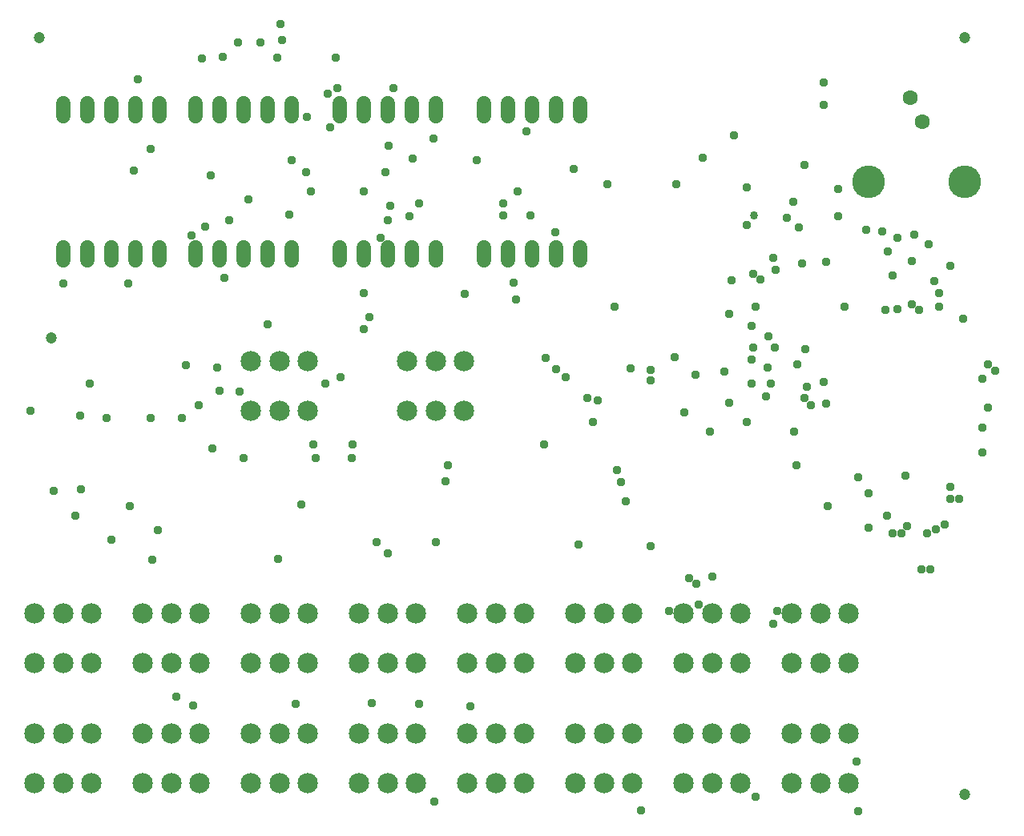
<source format=gbr>
G04 EAGLE Gerber RS-274X export*
G75*
%MOMM*%
%FSLAX34Y34*%
%LPD*%
%INSoldermask Bottom*%
%IPPOS*%
%AMOC8*
5,1,8,0,0,1.08239X$1,22.5*%
G01*
%ADD10C,1.203200*%
%ADD11C,1.524000*%
%ADD12C,2.153200*%
%ADD13C,1.600200*%
%ADD14C,3.454400*%
%ADD15C,0.959600*%
%ADD16C,0.859600*%


D10*
X38100Y838200D03*
X1016000Y838200D03*
X1016000Y38100D03*
X50800Y520700D03*
D11*
X203200Y602996D02*
X203200Y616204D01*
X228600Y616204D02*
X228600Y602996D01*
X254000Y602996D02*
X254000Y616204D01*
X279400Y616204D02*
X279400Y602996D01*
X304800Y602996D02*
X304800Y616204D01*
X304800Y755396D02*
X304800Y768604D01*
X279400Y768604D02*
X279400Y755396D01*
X254000Y755396D02*
X254000Y768604D01*
X228600Y768604D02*
X228600Y755396D01*
X203200Y755396D02*
X203200Y768604D01*
X63500Y616204D02*
X63500Y602996D01*
X88900Y602996D02*
X88900Y616204D01*
X114300Y616204D02*
X114300Y602996D01*
X139700Y602996D02*
X139700Y616204D01*
X165100Y616204D02*
X165100Y602996D01*
X165100Y755396D02*
X165100Y768604D01*
X139700Y768604D02*
X139700Y755396D01*
X114300Y755396D02*
X114300Y768604D01*
X88900Y768604D02*
X88900Y755396D01*
X63500Y755396D02*
X63500Y768604D01*
D12*
X147800Y102700D03*
X177800Y102700D03*
X207800Y102700D03*
X147800Y49700D03*
X177800Y49700D03*
X207800Y49700D03*
X33500Y102700D03*
X63500Y102700D03*
X93500Y102700D03*
X33500Y49700D03*
X63500Y49700D03*
X93500Y49700D03*
D11*
X355600Y602996D02*
X355600Y616204D01*
X381000Y616204D02*
X381000Y602996D01*
X406400Y602996D02*
X406400Y616204D01*
X431800Y616204D02*
X431800Y602996D01*
X457200Y602996D02*
X457200Y616204D01*
X457200Y755396D02*
X457200Y768604D01*
X431800Y768604D02*
X431800Y755396D01*
X406400Y755396D02*
X406400Y768604D01*
X381000Y768604D02*
X381000Y755396D01*
X355600Y755396D02*
X355600Y768604D01*
X508000Y616204D02*
X508000Y602996D01*
X533400Y602996D02*
X533400Y616204D01*
X558800Y616204D02*
X558800Y602996D01*
X584200Y602996D02*
X584200Y616204D01*
X609600Y616204D02*
X609600Y602996D01*
X609600Y755396D02*
X609600Y768604D01*
X584200Y768604D02*
X584200Y755396D01*
X558800Y755396D02*
X558800Y768604D01*
X533400Y768604D02*
X533400Y755396D01*
X508000Y755396D02*
X508000Y768604D01*
D12*
X262100Y102700D03*
X292100Y102700D03*
X322100Y102700D03*
X262100Y49700D03*
X292100Y49700D03*
X322100Y49700D03*
X376400Y102700D03*
X406400Y102700D03*
X436400Y102700D03*
X376400Y49700D03*
X406400Y49700D03*
X436400Y49700D03*
X490700Y102700D03*
X520700Y102700D03*
X550700Y102700D03*
X490700Y49700D03*
X520700Y49700D03*
X550700Y49700D03*
X605000Y102700D03*
X635000Y102700D03*
X665000Y102700D03*
X605000Y49700D03*
X635000Y49700D03*
X665000Y49700D03*
X719300Y102700D03*
X749300Y102700D03*
X779300Y102700D03*
X719300Y49700D03*
X749300Y49700D03*
X779300Y49700D03*
X719300Y229700D03*
X749300Y229700D03*
X779300Y229700D03*
X719300Y176700D03*
X749300Y176700D03*
X779300Y176700D03*
X833600Y102700D03*
X863600Y102700D03*
X893600Y102700D03*
X833600Y49700D03*
X863600Y49700D03*
X893600Y49700D03*
X33500Y229700D03*
X63500Y229700D03*
X93500Y229700D03*
X33500Y176700D03*
X63500Y176700D03*
X93500Y176700D03*
X147800Y229700D03*
X177800Y229700D03*
X207800Y229700D03*
X147800Y176700D03*
X177800Y176700D03*
X207800Y176700D03*
X262100Y229700D03*
X292100Y229700D03*
X322100Y229700D03*
X262100Y176700D03*
X292100Y176700D03*
X322100Y176700D03*
X376400Y229700D03*
X406400Y229700D03*
X436400Y229700D03*
X376400Y176700D03*
X406400Y176700D03*
X436400Y176700D03*
X490700Y229700D03*
X520700Y229700D03*
X550700Y229700D03*
X490700Y176700D03*
X520700Y176700D03*
X550700Y176700D03*
X605000Y229700D03*
X635000Y229700D03*
X665000Y229700D03*
X605000Y176700D03*
X635000Y176700D03*
X665000Y176700D03*
X833600Y229700D03*
X863600Y229700D03*
X893600Y229700D03*
X833600Y176700D03*
X863600Y176700D03*
X893600Y176700D03*
X262100Y496400D03*
X292100Y496400D03*
X322100Y496400D03*
X262100Y443400D03*
X292100Y443400D03*
X322100Y443400D03*
X427200Y496400D03*
X457200Y496400D03*
X487200Y496400D03*
X427200Y443400D03*
X457200Y443400D03*
X487200Y443400D03*
D13*
X971550Y749300D03*
X958850Y774700D03*
D14*
X914400Y685800D03*
X1016000Y685800D03*
D15*
X684276Y300228D03*
X608076Y301752D03*
X867156Y790956D03*
X786384Y640080D03*
X786384Y679704D03*
X342900Y778764D03*
X914400Y356616D03*
X467868Y368808D03*
X213360Y638556D03*
X995172Y323088D03*
X795528Y553212D03*
X989076Y553212D03*
X315468Y344424D03*
X387124Y542290D03*
X573251Y499591D03*
X869950Y600710D03*
X844550Y599440D03*
X807720Y489204D03*
X790956Y472440D03*
X684276Y475488D03*
X617220Y457200D03*
X394716Y304800D03*
X967740Y550164D03*
X970788Y275844D03*
X813816Y217932D03*
X839724Y492252D03*
X806196Y458724D03*
X786384Y431292D03*
X623316Y431292D03*
X291084Y286512D03*
X835152Y664464D03*
X134112Y342900D03*
X1040892Y446532D03*
X1014984Y541020D03*
X1048512Y486156D03*
X882396Y649224D03*
X818388Y231648D03*
X979932Y275844D03*
X1040892Y492252D03*
X813816Y605028D03*
X487680Y566928D03*
X792480Y588264D03*
X1034796Y477012D03*
X413004Y784860D03*
X76200Y332232D03*
X1001268Y362712D03*
X583692Y632460D03*
X704088Y231648D03*
X733044Y260604D03*
X1001268Y350520D03*
X795528Y35052D03*
X455676Y30480D03*
X976884Y313944D03*
X406908Y292608D03*
X986028Y318516D03*
X457200Y304800D03*
X800100Y582168D03*
X932688Y550164D03*
X353060Y784860D03*
X351790Y816610D03*
X294640Y835660D03*
X293370Y852170D03*
X182880Y140970D03*
X201140Y132080D03*
X309245Y133985D03*
X389890Y134620D03*
X439420Y133350D03*
X494030Y130810D03*
X735330Y238760D03*
X749300Y267970D03*
X914400Y320040D03*
X953908Y374876D03*
X381000Y567690D03*
X381000Y529590D03*
X584200Y487680D03*
X663575Y488315D03*
X709930Y500380D03*
X867156Y473964D03*
X454660Y731520D03*
X500380Y708660D03*
X543560Y675640D03*
X767080Y546100D03*
X792480Y510540D03*
X792480Y510540D03*
X815340Y510540D03*
X847625Y508735D03*
X939800Y586740D03*
X840740Y637540D03*
X828040Y647700D03*
D16*
X793750Y650240D03*
D15*
X557530Y650240D03*
X528320Y650240D03*
X429260Y648970D03*
X406400Y645160D03*
X199390Y628650D03*
X142240Y793750D03*
X882650Y678180D03*
X304800Y708660D03*
X320040Y695960D03*
X381000Y675640D03*
X408940Y660400D03*
X439420Y662940D03*
X528320Y662940D03*
X767080Y452120D03*
X838200Y386080D03*
X871220Y342900D03*
X871220Y342900D03*
X233680Y584200D03*
X238760Y645160D03*
X156210Y720090D03*
X138430Y697230D03*
X652780Y368300D03*
X652780Y368300D03*
X469900Y386080D03*
X368300Y393700D03*
X330200Y393700D03*
X254000Y393700D03*
X220980Y403860D03*
X91440Y472440D03*
X63500Y577850D03*
X132080Y577850D03*
X193040Y491490D03*
X226060Y488950D03*
X340360Y472440D03*
X628650Y454660D03*
X720090Y441960D03*
X746760Y421640D03*
X835660Y421640D03*
X847090Y457200D03*
X960120Y601980D03*
X929005Y633095D03*
X219710Y692150D03*
X259080Y666750D03*
X302260Y651228D03*
X984250Y580390D03*
X210185Y816328D03*
X1000760Y596900D03*
X232410Y817880D03*
X248671Y833253D03*
X29210Y443230D03*
X81280Y438150D03*
X109220Y435610D03*
X156210Y435610D03*
X189230Y435610D03*
X207010Y449580D03*
X228600Y464820D03*
X249908Y463550D03*
X327632Y407670D03*
X369570Y407670D03*
X571500Y407670D03*
X649196Y381000D03*
X854031Y449552D03*
X869614Y451132D03*
X289560Y816610D03*
X272415Y833253D03*
X674370Y21308D03*
X902335Y73025D03*
X1034824Y425792D03*
X989330Y567690D03*
X934720Y612140D03*
X944880Y626110D03*
X911860Y635000D03*
X847090Y703580D03*
X739140Y711200D03*
X433070Y709930D03*
X403860Y695960D03*
X325120Y675640D03*
X279400Y534670D03*
X356870Y478790D03*
X594360Y478790D03*
X684530Y486410D03*
X731520Y481556D03*
X762000Y485140D03*
X790928Y497840D03*
X811359Y472468D03*
X849630Y468630D03*
X321310Y754380D03*
X346075Y743585D03*
X407670Y723900D03*
X603250Y699488D03*
X711200Y683260D03*
X769620Y581660D03*
X791210Y533400D03*
X808990Y521970D03*
X944880Y551180D03*
X889000Y553184D03*
X399288Y626364D03*
X638556Y682752D03*
X816864Y592836D03*
X960120Y556260D03*
X53694Y359056D03*
X82550Y360680D03*
X114300Y307340D03*
X157480Y285750D03*
X163800Y317500D03*
X963168Y629412D03*
X903732Y19812D03*
X725424Y266700D03*
X1010412Y350520D03*
X903732Y373380D03*
X542544Y560832D03*
X1034796Y399288D03*
X553212Y739140D03*
X772668Y734568D03*
X867156Y766572D03*
X934212Y332232D03*
X539496Y579120D03*
X955548Y321564D03*
X949452Y313944D03*
X646176Y553212D03*
X658368Y347472D03*
X940308Y313944D03*
X977900Y619760D03*
M02*

</source>
